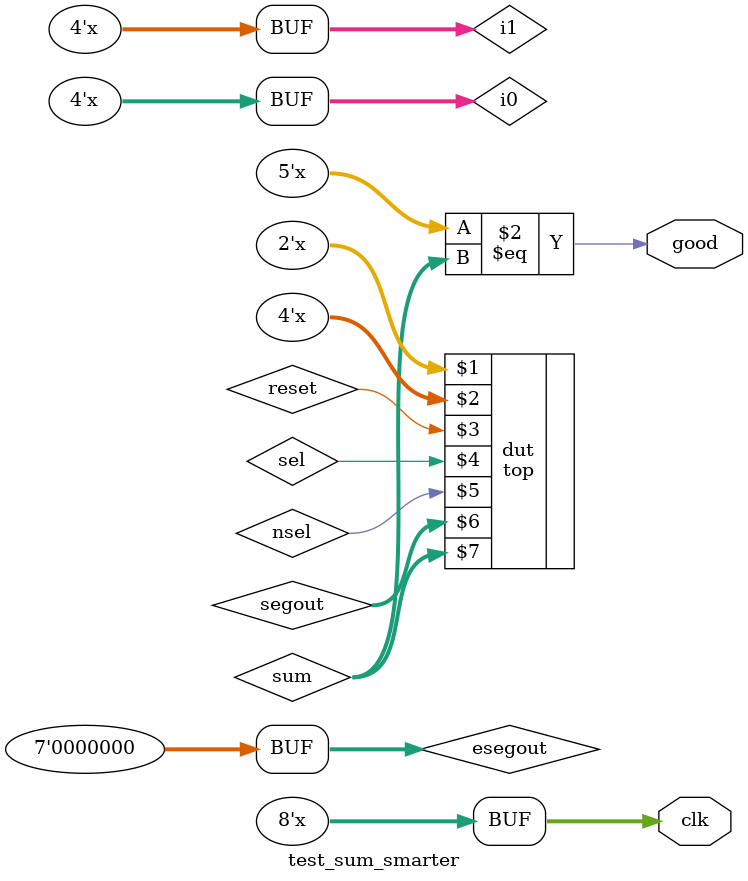
<source format=sv>
`timescale 1ns/1ps
module test_sum_smarter (
		output logic good,
		output logic [7:0] clk
	);
		
	// inputs
	logic [3:0] i0;
	logic [3:0] i1;

	
	//outputs to test
	logic sel;
	logic esel;
	logic nsel;
	logic ensel;
	logic [6:0] segout;
	logic [6:0] esegout = 7'b0;


	logic [4:0] sum;
	logic [4:0] esum;
	
	assign i0 = {clk[4],clk[5],clk[6],clk[7]};
	assign i1 = {clk[0],clk[1],clk[2],clk[3]};
	top dut({clk[0],clk[1]},i1,reset,sel,nsel,segout,sum);
	
	assign good = i1+i0 == sum;
	
	initial
		begin
				clk = 8'b0;
		end
	
		// generate clock
	always 
		begin
		  clk = clk + 1'b1; #1; 
		end

	


endmodule
</source>
